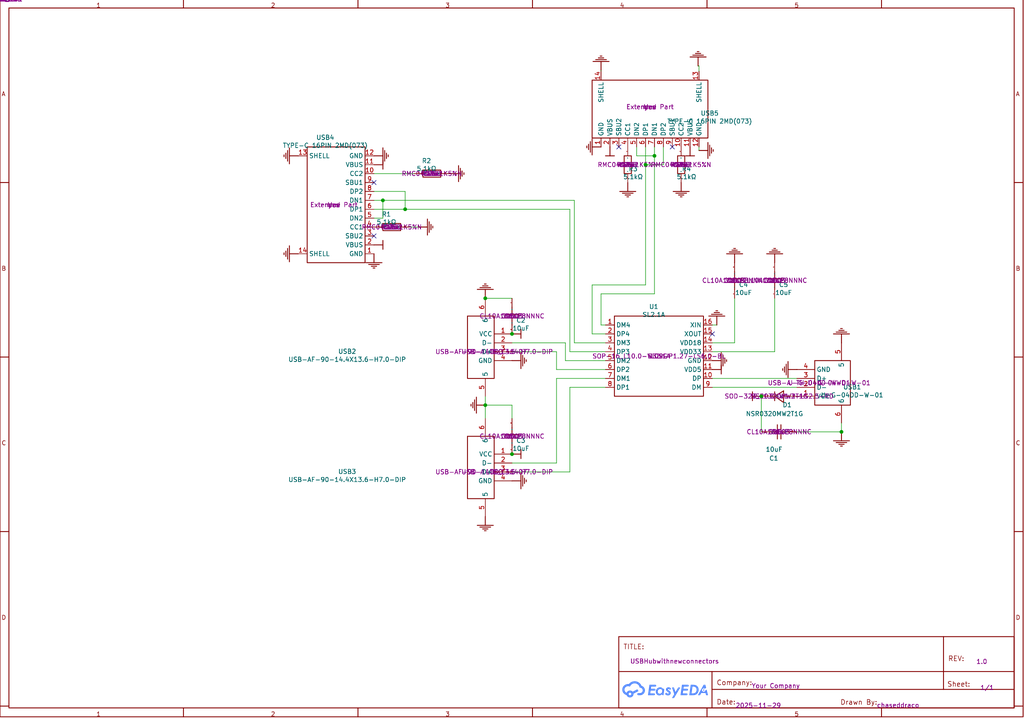
<source format=kicad_sch>
(kicad_sch (version 20250114) (generator "eeschema") (generator_version "9.0")
  (paper "User" 292.1 205.08)
  (lib_symbols
    (symbol "5.1kΩ_1"
      (property "Reference" "R" (at 0 0 0))
      (symbol "5.1kΩ_1_1_0"
        (pin unspecified line (at -5.08 0 0) (length 2.54) (name "1") (number "1"))
        (pin unspecified line (at 5.08 0 180) (length 2.54) (name "2") (number "2"))
      )
    )
    (symbol "5.1kΩ_2"
      (property "Reference" "R" (at 0 0 0))
      (symbol "5.1kΩ_2_1_0"
        (pin unspecified line (at -5.08 0 0) (length 2.54) (name "1") (number "1"))
        (pin unspecified line (at 5.08 0 180) (length 2.54) (name "2") (number "2"))
      )
    )
    (symbol "ProPrj_USB-easyedapro:+5V" (power) (pin_numbers (hide yes)) (pin_names (hide yes))
      (symbol "+5V_1_0"
        (pin power_in line (at 0 0 0) (length 0) (name "") (number "1"))
      )
    )
    (symbol "ProPrj_USB-easyedapro:10uF"
      (property "Reference" "C" (at 0 0 0))
      (symbol "10uF_1_0"
        (pin unspecified line (at -5.08 0 0) (length 2.54) (name "1") (number "1"))
        (pin unspecified line (at 5.08 0 180) (length 2.54) (name "2") (number "2"))
      )
    )
    (symbol "ProPrj_USB-easyedapro:5.1kΩ"
      (property "Reference" "R" (at 0 0 0))
      (symbol "5.1kΩ_1_0"
        (pin unspecified line (at -5.08 0 0) (length 2.54) (name "1") (number "1"))
        (pin unspecified line (at 5.08 0 180) (length 2.54) (name "2") (number "2"))
      )
    )
    (symbol "ProPrj_USB-easyedapro:A_A4"
      (symbol "A_A4_1_0"
        (text "A" (at 0.381 -27.7622 0) (effects (font (size 1.2192 1.2192)) (justify left bottom)))
        (text "B" (at 0.381 -77.5462 0) (effects (font (size 1.2192 1.2192)) (justify left bottom)))
        (text "C" (at 0.381 -127.3302 0) (effects (font (size 1.2192 1.2192)) (justify left bottom)))
        (text "D" (at 0.381 -177.1142 0) (effects (font (size 1.2192 1.2192)) (justify left bottom)))
        (text "1" (at 27.432 -2.4892 0) (effects (font (size 1.2192 1.2192)) (justify left bottom)))
        (text "1" (at 27.432 -204.6732 0) (effects (font (size 1.2192 1.2192)) (justify left bottom)))
        (text "2" (at 77.216 -2.4892 0) (effects (font (size 1.2192 1.2192)) (justify left bottom)))
        (text "2" (at 77.216 -204.6732 0) (effects (font (size 1.2192 1.2192)) (justify left bottom)))
        (text "3" (at 127 -2.4892 0) (effects (font (size 1.2192 1.2192)) (justify left bottom)))
        (text "3" (at 127 -204.6732 0) (effects (font (size 1.2192 1.2192)) (justify left bottom)))
        (text "4" (at 176.784 -2.4892 0) (effects (font (size 1.2192 1.2192)) (justify left bottom)))
        (text "4" (at 176.784 -204.6732 0) (effects (font (size 1.2192 1.2192)) (justify left bottom)))
        (text "TITLE:" (at 177.7746 -185.547 0) (effects (font (size 1.397 1.397)) (justify left bottom)))
        (text "Company:" (at 204.3684 -195.7832 0) (effects (font (size 1.397 1.397)) (justify left bottom)))
        (text "Date:" (at 204.3684 -201.295 0) (effects (font (size 1.397 1.397)) (justify left bottom)))
        (text "5" (at 226.568 -2.4892 0) (effects (font (size 1.2192 1.2192)) (justify left bottom)))
        (text "5" (at 226.568 -204.6732 0) (effects (font (size 1.2192 1.2192)) (justify left bottom)))
        (text "Drawn By:" (at 239.6744 -201.3712 0) (effects (font (size 1.397 1.397)) (justify left bottom)))
        (text "Sheet:" (at 270.1544 -196.215 0) (effects (font (size 1.397 1.397)) (justify left bottom)))
        (text "REV:" (at 270.4084 -188.9252 0) (effects (font (size 1.397 1.397)) (justify left bottom)))
        (text "A" (at 289.687 -27.7622 0) (effects (font (size 1.2192 1.2192)) (justify left bottom)))
        (text "B" (at 289.687 -77.5462 0) (effects (font (size 1.2192 1.2192)) (justify left bottom)))
        (text "C" (at 289.687 -127.3302 0) (effects (font (size 1.2192 1.2192)) (justify left bottom)))
        (text "D" (at 289.687 -177.1142 0) (effects (font (size 1.2192 1.2192)) (justify left bottom)))
      )
    )
    (symbol "ProPrj_USB-easyedapro:GND" (power) (pin_numbers (hide yes)) (pin_names (hide yes))
      (symbol "GND_1_0"
        (pin power_in line (at 0 0 0) (length 0) (name "") (number "1"))
      )
    )
    (symbol "ProPrj_USB-easyedapro:NSR0320MW2T1G"
      (property "Reference" "D" (at 0 0 0))
      (symbol "NSR0320MW2T1G_1_0"
        (pin unspecified line (at -5.08 0 0) (length 3.81) (name "C") (number "1"))
        (pin unspecified line (at 5.08 0 180) (length 3.81) (name "A") (number "2"))
      )
    )
    (symbol "ProPrj_USB-easyedapro:SL2.1A"
      (property "Reference" "U" (at 0 0 0))
      (symbol "SL2.1A_1_0"
        (pin unspecified line (at -15.24 8.89 0) (length 2.54) (name "DM4") (number "1"))
        (pin unspecified line (at -15.24 6.35 0) (length 2.54) (name "DP4") (number "2"))
        (pin unspecified line (at -15.24 3.81 0) (length 2.54) (name "DM3") (number "3"))
        (pin unspecified line (at -15.24 1.27 0) (length 2.54) (name "DP3") (number "4"))
        (pin unspecified line (at -15.24 -1.27 0) (length 2.54) (name "DM2") (number "5"))
        (pin unspecified line (at -15.24 -3.81 0) (length 2.54) (name "DP2") (number "6"))
        (pin unspecified line (at -15.24 -6.35 0) (length 2.54) (name "DM1") (number "7"))
        (pin unspecified line (at -15.24 -8.89 0) (length 2.54) (name "DP1") (number "8"))
        (pin unspecified line (at 15.24 8.89 180) (length 2.54) (name "XIN") (number "16"))
        (pin unspecified line (at 15.24 6.35 180) (length 2.54) (name "XOUT") (number "15"))
        (pin unspecified line (at 15.24 3.81 180) (length 2.54) (name "VDD18") (number "14"))
        (pin unspecified line (at 15.24 1.27 180) (length 2.54) (name "VDD33") (number "13"))
        (pin unspecified line (at 15.24 -1.27 180) (length 2.54) (name "GND") (number "12"))
        (pin unspecified line (at 15.24 -3.81 180) (length 2.54) (name "VDD5") (number "11"))
        (pin unspecified line (at 15.24 -6.35 180) (length 2.54) (name "DP") (number "10"))
        (pin unspecified line (at 15.24 -8.89 180) (length 2.54) (name "DM") (number "9"))
      )
    )
    (symbol "ProPrj_USB-easyedapro:TYPE-C 16PIN 2MD(073)"
      (property "Reference" "USB" (at 0 0 0))
      (symbol "TYPE-C 16PIN 2MD(073)_1_0"
        (pin unspecified line (at -11.43 13.97 0) (length 2.54) (name "GND") (number "1"))
        (pin unspecified line (at -11.43 11.43 0) (length 2.54) (name "VBUS") (number "2"))
        (pin unspecified line (at -11.43 8.89 0) (length 2.54) (name "SBU2") (number "3"))
        (pin unspecified line (at -11.43 6.35 0) (length 2.54) (name "CC1") (number "4"))
        (pin unspecified line (at -11.43 3.81 0) (length 2.54) (name "DN2") (number "5"))
        (pin unspecified line (at -11.43 1.27 0) (length 2.54) (name "DP1") (number "6"))
        (pin unspecified line (at -11.43 -1.27 0) (length 2.54) (name "DN1") (number "7"))
        (pin unspecified line (at -11.43 -3.81 0) (length 2.54) (name "DP2") (number "8"))
        (pin unspecified line (at -11.43 -6.35 0) (length 2.54) (name "SBU1") (number "9"))
        (pin unspecified line (at -11.43 -8.89 0) (length 2.54) (name "CC2") (number "10"))
        (pin unspecified line (at -11.43 -11.43 0) (length 2.54) (name "VBUS") (number "11"))
        (pin unspecified line (at -11.43 -13.97 0) (length 2.54) (name "GND") (number "12"))
        (pin unspecified line (at 10.16 13.97 180) (length 2.54) (name "SHELL") (number "14"))
        (pin unspecified line (at 10.16 -13.97 180) (length 2.54) (name "SHELL") (number "13"))
      )
    )
    (symbol "ProPrj_USB-easyedapro:U-G-04DD-W-01"
      (property "Reference" "USB" (at 0 0 0))
      (symbol "U-G-04DD-W-01_1_0"
        (pin unspecified line (at -6.35 11.43 270) (length 5.08) (name "6") (number "6"))
        (pin unspecified line (at -6.35 -11.43 90) (length 5.08) (name "5") (number "5"))
        (pin unspecified line (at 6.35 3.81 180) (length 5.08) (name "VCC") (number "1"))
        (pin unspecified line (at 6.35 1.27 180) (length 5.08) (name "D-") (number "2"))
        (pin unspecified line (at 6.35 -1.27 180) (length 5.08) (name "D+") (number "3"))
        (pin unspecified line (at 6.35 -3.81 180) (length 5.08) (name "GND") (number "4"))
      )
    )
    (symbol "ProPrj_USB-easyedapro:USB-AF-90-14.4X13.6-H7.0-DIP"
      (property "Reference" "USB" (at 0 0 0))
      (symbol "USB-AF-90-14.4X13.6-H7.0-DIP_1_0"
        (pin unspecified line (at -12.7 2.54 0) (length 5.08) (name "5") (number "5"))
        (pin unspecified line (at -2.54 -5.08 90) (length 5.08) (name "GND") (number "4"))
        (pin unspecified line (at 0 -5.08 90) (length 5.08) (name "D+") (number "3"))
        (pin unspecified line (at 2.54 -5.08 90) (length 5.08) (name "D-") (number "2"))
        (pin unspecified line (at 5.08 -5.08 90) (length 5.08) (name "VCC") (number "1"))
        (pin unspecified line (at 15.24 2.54 180) (length 5.08) (name "6") (number "6"))
      )
    )
    (symbol "TYPE-C 16PIN 2MD(073)_1"
      (property "Reference" "USB" (at 0 0 0))
      (symbol "TYPE-C 16PIN 2MD(073)_1_1_0"
        (pin unspecified line (at -11.43 13.97 0) (length 2.54) (name "GND") (number "1"))
        (pin unspecified line (at -11.43 11.43 0) (length 2.54) (name "VBUS") (number "2"))
        (pin unspecified line (at -11.43 8.89 0) (length 2.54) (name "SBU2") (number "3"))
        (pin unspecified line (at -11.43 6.35 0) (length 2.54) (name "CC1") (number "4"))
        (pin unspecified line (at -11.43 3.81 0) (length 2.54) (name "DN2") (number "5"))
        (pin unspecified line (at -11.43 1.27 0) (length 2.54) (name "DP1") (number "6"))
        (pin unspecified line (at -11.43 -1.27 0) (length 2.54) (name "DN1") (number "7"))
        (pin unspecified line (at -11.43 -3.81 0) (length 2.54) (name "DP2") (number "8"))
        (pin unspecified line (at -11.43 -6.35 0) (length 2.54) (name "SBU1") (number "9"))
        (pin unspecified line (at -11.43 -8.89 0) (length 2.54) (name "CC2") (number "10"))
        (pin unspecified line (at -11.43 -11.43 0) (length 2.54) (name "VBUS") (number "11"))
        (pin unspecified line (at -11.43 -13.97 0) (length 2.54) (name "GND") (number "12"))
        (pin unspecified line (at 10.16 13.97 180) (length 2.54) (name "SHELL") (number "14"))
        (pin unspecified line (at 10.16 -13.97 180) (length 2.54) (name "SHELL") (number "13"))
      )
    )
  )
  (junction (at 217.17 113.03))
  (junction (at 138.43 115.57))
  (junction (at 184.15 46.99))
  (junction (at 109.22 57.15))
  (junction (at 186.69 44.45))
  (junction (at 115.57 59.69))
  (junction (at 138.43 85.09))
  (junction (at 240.03 123.19))
  (junction (at 146.05 95.25))
  (junction (at 146.05 129.54))
  (no_connect (at 191.77 41.91))
  (no_connect (at 176.53 41.91))
  (no_connect (at 203.2 95.25))
  (no_connect (at 106.68 67.31))
  (no_connect (at 106.68 52.07))
  (wire (pts (xy 146.05 134.62) (xy 162.56 134.62)))
  (wire (pts (xy 106.68 54.61) (xy 115.57 54.61)))
  (wire (pts (xy 161.29 97.79) (xy 161.29 102.87)))
  (wire (pts (xy 199.39 18.796) (xy 199.136 18.796)))
  (wire (pts (xy 186.69 41.91) (xy 186.69 44.45)))
  (wire (pts (xy 162.56 110.49) (xy 172.72 110.49)))
  (wire (pts (xy 171.45 83.82) (xy 171.45 92.71)))
  (wire (pts (xy 158.75 105.41) (xy 172.72 105.41)))
  (wire (pts (xy 168.91 95.25) (xy 172.72 95.25)))
  (wire (pts (xy 204.47 92.71) (xy 203.2 92.71)))
  (wire (pts (xy 161.29 102.87) (xy 172.72 102.87)))
  (wire (pts (xy 227.33 110.49) (xy 203.2 110.49)))
  (wire (pts (xy 138.43 115.57) (xy 138.43 113.03)))
  (wire (pts (xy 109.22 62.23) (xy 109.22 57.15)))
  (wire (pts (xy 115.57 59.69) (xy 162.56 59.69)))
  (wire (pts (xy 184.15 46.99) (xy 184.15 81.28)))
  (wire (pts (xy 217.17 123.19) (xy 217.17 113.03)))
  (wire (pts (xy 181.61 41.91) (xy 181.61 44.45)))
  (wire (pts (xy 172.72 107.95) (xy 158.75 107.95)))
  (wire (pts (xy 146.05 115.57) (xy 138.43 115.57)))
  (wire (pts (xy 199.39 41.91) (xy 199.39 42.926)))
  (wire (pts (xy 116.84 64.77) (xy 119.38 64.77)))
  (wire (pts (xy 138.43 119.38) (xy 138.43 115.57)))
  (wire (pts (xy 171.45 92.71) (xy 172.72 92.71)))
  (wire (pts (xy 189.23 46.99) (xy 184.15 46.99)))
  (wire (pts (xy 181.61 44.45) (xy 186.69 44.45)))
  (wire (pts (xy 186.69 83.82) (xy 171.45 83.82)))
  (wire (pts (xy 162.56 134.62) (xy 162.56 110.49)))
  (wire (pts (xy 118.11 49.53) (xy 106.68 49.53)))
  (wire (pts (xy 146.05 97.79) (xy 161.29 97.79)))
  (wire (pts (xy 162.56 100.33) (xy 172.72 100.33)))
  (wire (pts (xy 240.03 123.19) (xy 240.03 120.65)))
  (wire (pts (xy 203.2 100.33) (xy 220.98 100.33)))
  (wire (pts (xy 138.43 85.09) (xy 146.05 85.09)))
  (wire (pts (xy 163.83 97.79) (xy 172.72 97.79)))
  (wire (pts (xy 203.2 97.79) (xy 209.55 97.79)))
  (wire (pts (xy 146.05 119.38) (xy 146.05 115.57)))
  (wire (pts (xy 106.68 62.23) (xy 109.22 62.23)))
  (wire (pts (xy 106.68 59.69) (xy 115.57 59.69)))
  (wire (pts (xy 162.56 59.69) (xy 162.56 100.33)))
  (wire (pts (xy 163.83 57.15) (xy 163.83 97.79)))
  (wire (pts (xy 227.33 107.95) (xy 203.2 107.95)))
  (wire (pts (xy 171.45 20.066) (xy 171.45 20.32)))
  (wire (pts (xy 158.75 107.95) (xy 158.75 132.08)))
  (wire (pts (xy 184.15 41.91) (xy 184.15 46.99)))
  (wire (pts (xy 115.57 54.61) (xy 115.57 59.69)))
  (wire (pts (xy 220.98 100.33) (xy 220.98 85.09)))
  (wire (pts (xy 109.22 57.15) (xy 163.83 57.15)))
  (wire (pts (xy 189.23 41.91) (xy 189.23 46.99)))
  (wire (pts (xy 146.05 100.33) (xy 158.75 100.33)))
  (wire (pts (xy 158.75 100.33) (xy 158.75 105.41)))
  (wire (pts (xy 168.91 81.28) (xy 168.91 95.25)))
  (wire (pts (xy 158.75 132.08) (xy 146.05 132.08)))
  (wire (pts (xy 199.39 20.32) (xy 199.39 18.796)))
  (wire (pts (xy 186.69 44.45) (xy 186.69 83.82)))
  (wire (pts (xy 209.55 97.79) (xy 209.55 85.09)))
  (wire (pts (xy 227.33 123.19) (xy 240.03 123.19)))
  (wire (pts (xy 106.68 57.15) (xy 109.22 57.15)))
  (wire (pts (xy 184.15 81.28) (xy 168.91 81.28)))
  (symbol (lib_id "ProPrj_USB-easyedapro:+5V") (at 146.05 95.25 270) (unit 1)
    (property "Reference" "#PWR?" (effects (hide yes)))
    (property "Footprint" "ProPrj_USB-easyedapro:" (effects (hide yes)))
  )
  (symbol (lib_id "ProPrj_USB-easyedapro:GND") (at 106.68 44.45 90) (unit 1)
    (property "Reference" "#PWR?" (effects (hide yes)))
    (property "Footprint" "ProPrj_USB-easyedapro:" (effects (hide yes)))
  )
  (symbol (lib_id "ProPrj_USB-easyedapro:GND") (at 227.33 105.41 270) (unit 1)
    (property "Reference" "#PWR?" (effects (hide yes)))
    (property "Footprint" "ProPrj_USB-easyedapro:" (effects (hide yes)))
  )
  (symbol (lib_id "ProPrj_USB-easyedapro:GND") (at 146.05 102.87 90) (unit 1)
    (property "Reference" "#PWR?" (effects (hide yes)))
    (property "Footprint" "ProPrj_USB-easyedapro:" (effects (hide yes)))
  )
  (symbol (lib_id "ProPrj_USB-easyedapro:5.1kΩ") (at 111.76 64.77 0) (unit 1)
    (property "Reference" "R1" (at 110.236 61.1124 0))
    (property "Value" "5.1kΩ" (at 110.236 63.3476 0))
    (property "Footprint" "ProPrj_USB-easyedapro:R0402" (effects (hide yes)))
    (property "Manufacturer Part" "RMC04025.1K5%N" (effects (hide yes)))
    (property "Manufacturer" "Tyohm(幸亚电阻)" (effects (hide yes)))
    (property "Supplier Part" "C325524" (effects (hide yes)))
    (property "Supplier" "LCSC" (effects (hide yes)))
    (property "Contributor" "LCSC" (at 111.76 64.77 0))
    (property "Origin Footprint" "R0402" (at 111.76 64.77 0))
    (property "nameAlias" "Value" (at 111.76 64.77 0))
    (property "spicePre" "R" (at 111.76 64.77 0))
    (property "spiceSymbolName" "RMC04025.1K5%N" (at 111.76 64.77 0))
  )
  (symbol (lib_id "ProPrj_USB-easyedapro:GND") (at 146.05 137.16 90) (unit 1)
    (property "Reference" "#PWR?" (effects (hide yes)))
    (property "Footprint" "ProPrj_USB-easyedapro:" (effects (hide yes)))
  )
  (symbol (lib_id "ProPrj_USB-easyedapro:GND") (at 119.38 64.77 90) (unit 1)
    (property "Reference" "#PWR?" (effects (hide yes)))
    (property "Footprint" "ProPrj_USB-easyedapro:" (effects (hide yes)))
  )
  (symbol (lib_id "ProPrj_USB-easyedapro:GND") (at 199.39 42.926 90) (unit 1)
    (property "Reference" "#PWR?" (effects (hide yes)))
    (property "Footprint" "ProPrj_USB-easyedapro:" (effects (hide yes)))
  )
  (symbol (lib_id "ProPrj_USB-easyedapro:10uF") (at 220.98 80.01 90) (unit 1)
    (property "Reference" "C5" (at 223.52 81.2038 90))
    (property "Value" "10uF" (at 223.52 83.4898 90))
    (property "Footprint" "ProPrj_USB-easyedapro:C0603" (effects (hide yes)))
    (property "Manufacturer Part" "CL10A106KP8NNNC" (effects (hide yes)))
    (property "Manufacturer" "SAMSUNG(三星)" (effects (hide yes)))
    (property "Supplier Part" "C19702" (effects (hide yes)))
    (property "Supplier" "LCSC" (effects (hide yes)))
    (property "Origin Footprint" "C0603" (at 220.98 80.01 90))
    (property "nameAlias" "Value" (at 220.98 80.01 90))
    (property "spicePre" "C" (at 220.98 80.01 90))
    (property "spiceSymbolName" "CL10A106KP8NNNC" (at 220.98 80.01 90))
  )
  (symbol (lib_id "ProPrj_USB-easyedapro:GND") (at 128.27 49.53 90) (unit 1)
    (property "Reference" "#PWR?" (effects (hide yes)))
    (property "Footprint" "ProPrj_USB-easyedapro:" (effects (hide yes)))
  )
  (symbol (lib_id "ProPrj_USB-easyedapro:GND") (at 85.09 44.45 270) (unit 1)
    (property "Reference" "#PWR?" (effects (hide yes)))
    (property "Footprint" "ProPrj_USB-easyedapro:" (effects (hide yes)))
  )
  (symbol (lib_name "5.1kΩ_2") (lib_id "ProPrj_USB-easyedapro:5.1kΩ") (at 179.07 46.99 90) (unit 1)
    (property "Reference" "R3" (at 180.594 48.1838 90))
    (property "Value" "5.1kΩ" (at 180.594 50.4444 90))
    (property "Footprint" "ProPrj_USB-easyedapro:R0402" (effects (hide yes)))
    (property "Manufacturer Part" "RMC04025.1K5%N" (effects (hide yes)))
    (property "Manufacturer" "Tyohm(幸亚电阻)" (effects (hide yes)))
    (property "Supplier Part" "C325524" (effects (hide yes)))
    (property "Supplier" "LCSC" (effects (hide yes)))
    (property "Contributor" "LCSC" (at 179.07 46.99 90))
    (property "Origin Footprint" "R0402" (at 179.07 46.99 90))
    (property "nameAlias" "Value" (at 179.07 46.99 90))
    (property "spicePre" "R" (at 179.07 46.99 90))
    (property "spiceSymbolName" "RMC04025.1K5%N" (at 179.07 46.99 90))
  )
  (symbol (lib_id "ProPrj_USB-easyedapro:GND") (at 204.47 92.71 180) (unit 1)
    (property "Reference" "#PWR?" (effects (hide yes)))
    (property "Footprint" "ProPrj_USB-easyedapro:" (effects (hide yes)))
  )
  (symbol (lib_id "ProPrj_USB-easyedapro:+5V") (at 173.99 41.91 180) (unit 1)
    (property "Reference" "#PWR?" (effects (hide yes)))
    (property "Footprint" "ProPrj_USB-easyedapro:" (effects (hide yes)))
  )
  (symbol (lib_id "ProPrj_USB-easyedapro:+5V") (at 106.68 69.85 270) (unit 1)
    (property "Reference" "#PWR?" (effects (hide yes)))
    (property "Footprint" "ProPrj_USB-easyedapro:" (effects (hide yes)))
  )
  (symbol (lib_name "5.1kΩ_1") (lib_id "ProPrj_USB-easyedapro:5.1kΩ") (at 194.31 46.99 90) (unit 1)
    (property "Reference" "R4" (at 195.834 48.1838 90))
    (property "Value" "5.1kΩ" (at 195.834 50.4444 90))
    (property "Footprint" "ProPrj_USB-easyedapro:R0402" (effects (hide yes)))
    (property "Manufacturer Part" "RMC04025.1K5%N" (effects (hide yes)))
    (property "Manufacturer" "Tyohm(幸亚电阻)" (effects (hide yes)))
    (property "Supplier Part" "C325524" (effects (hide yes)))
    (property "Supplier" "LCSC" (effects (hide yes)))
    (property "Contributor" "LCSC" (at 194.31 46.99 90))
    (property "Origin Footprint" "R0402" (at 194.31 46.99 90))
    (property "nameAlias" "Value" (at 194.31 46.99 90))
    (property "spicePre" "R" (at 194.31 46.99 90))
    (property "spiceSymbolName" "RMC04025.1K5%N" (at 194.31 46.99 90))
  )
  (symbol (lib_name "TYPE-C 16PIN 2MD(073)_1") (lib_id "ProPrj_USB-easyedapro:TYPE-C 16PIN 2MD(073)") (at 185.42 30.48 90) (unit 1)
    (property "Reference" "USB5" (at 202.438 32.3088 90))
    (property "Value" "TYPE-C 16PIN 2MD(073)" (at 202.438 34.5948 90))
    (property "Footprint" "ProPrj_USB-easyedapro:" (effects (hide yes)))
    (property "Datasheet" "https://item.szlcsc.com/datasheet/TYPE-C%252016PIN%25202MD(073)/2901843.html" (effects (hide yes)))
    (property "Manufacturer Part" "TYPE-C 16PIN 2MD(073)" (effects (hide yes)))
    (property "Manufacturer" "SHOU HAN(首韩)" (effects (hide yes)))
    (property "Supplier Part" "C2765186" (effects (hide yes)))
    (property "Supplier" "LCSC" (effects (hide yes)))
    (property "LCSC Part Name" "Type-C 母 卧贴" (effects (hide yes)))
    (property "Add into BOM" "yes" (at 185.42 30.48 90))
    (property "Check" "true" (at 185.42 30.48 90))
    (property "Convert to PCB" "yes" (at 185.42 30.48 90))
    (property "JLCPCB Part Class" "Extended Part" (at 185.42 30.48 90))
  )
  (symbol (lib_id "ProPrj_USB-easyedapro:USB-AF-90-14.4X13.6-H7.0-DIP") (at 140.97 100.33 90) (unit 1)
    (property "Reference" "USB2" (at 99.0346 100.2538 90))
    (property "Value" "USB-AF-90-14.4X13.6-H7.0-DIP" (at 99.0346 102.5398 90))
    (property "Footprint" "ProPrj_USB-easyedapro:USB-A-TH_C46407" (effects (hide yes)))
    (property "Manufacturer Part" "903-131A1011D10100" (effects (hide yes)))
    (property "Manufacturer" "精拓金" (effects (hide yes)))
    (property "Supplier Part" "C46407" (effects (hide yes)))
    (property "Supplier" "LCSC" (effects (hide yes)))
    (property "Contributor" "LCSC" (at 140.97 100.33 90))
    (property "Origin Footprint" "USB-A-TH_C46407" (at 140.97 100.33 90))
    (property "spicePre" "U" (at 140.97 100.33 90))
    (property "spiceSymbolName" "USB-AF-90-14.4X13.6-H7.0-DIP" (at 140.97 100.33 90))
  )
  (symbol (lib_id "ProPrj_USB-easyedapro:GND") (at 209.55 74.93 180) (unit 1)
    (property "Reference" "#PWR?" (effects (hide yes)))
    (property "Footprint" "ProPrj_USB-easyedapro:" (effects (hide yes)))
  )
  (symbol (lib_id "ProPrj_USB-easyedapro:GND") (at 138.43 115.57 270) (unit 1)
    (property "Reference" "#PWR?" (effects (hide yes)))
    (property "Footprint" "ProPrj_USB-easyedapro:" (effects (hide yes)))
  )
  (symbol (lib_id "ProPrj_USB-easyedapro:TYPE-C 16PIN 2MD(073)") (at 95.25 58.42 180) (unit 1)
    (property "Reference" "USB4" (at 92.7862 39.2176 0))
    (property "Value" "TYPE-C 16PIN 2MD(073)" (at 92.7862 41.5036 0))
    (property "Footprint" "ProPrj_USB-easyedapro:" (effects (hide yes)))
    (property "Datasheet" "https://item.szlcsc.com/datasheet/TYPE-C%252016PIN%25202MD(073)/2901843.html" (effects (hide yes)))
    (property "Manufacturer Part" "TYPE-C 16PIN 2MD(073)" (effects (hide yes)))
    (property "Manufacturer" "SHOU HAN(首韩)" (effects (hide yes)))
    (property "Supplier Part" "C2765186" (effects (hide yes)))
    (property "Supplier" "LCSC" (effects (hide yes)))
    (property "LCSC Part Name" "Type-C 母 卧贴" (effects (hide yes)))
    (property "Add into BOM" "yes" (at 95.25 58.42 0))
    (property "Check" "true" (at 95.25 58.42 0))
    (property "Convert to PCB" "yes" (at 95.25 58.42 0))
    (property "JLCPCB Part Class" "Extended Part" (at 95.25 58.42 0))
  )
  (symbol (lib_id "ProPrj_USB-easyedapro:GND") (at 179.07 52.07 0) (unit 1)
    (property "Reference" "#PWR?" (effects (hide yes)))
    (property "Footprint" "ProPrj_USB-easyedapro:" (effects (hide yes)))
  )
  (symbol (lib_id "ProPrj_USB-easyedapro:GND") (at 106.68 72.39 0) (unit 1)
    (property "Reference" "#PWR?" (effects (hide yes)))
    (property "Footprint" "ProPrj_USB-easyedapro:" (effects (hide yes)))
  )
  (symbol (lib_id "ProPrj_USB-easyedapro:NSR0320MW2T1G") (at 222.25 113.03 0) (unit 1)
    (property "Reference" "D1" (at 224.536 115.4938 0))
    (property "Value" "NSR0320MW2T1G" (at 220.9292 118.0338 0))
    (property "Footprint" "ProPrj_USB-easyedapro:SOD-323_L1.8-W1.3-LS2.5-RD" (effects (hide yes)))
    (property "Manufacturer Part" "NSR0320MW2T1G" (effects (hide yes)))
    (property "Manufacturer" "onsemi(安森美)" (effects (hide yes)))
    (property "Supplier Part" "C48192" (effects (hide yes)))
    (property "Supplier" "LCSC" (effects (hide yes)))
    (property "Origin Footprint" "SOD-323_L1.8-W1.3-LS2.5-RD" (at 222.25 113.03 0))
    (property "spicePre" "D" (at 222.25 113.03 0))
    (property "spiceSymbolName" "NSR0320MW2T1G" (at 222.25 113.03 0))
  )
  (symbol (lib_id "ProPrj_USB-easyedapro:+5V") (at 196.85 41.91 180) (unit 1)
    (property "Reference" "#PWR?" (effects (hide yes)))
    (property "Footprint" "ProPrj_USB-easyedapro:" (effects (hide yes)))
  )
  (symbol (lib_id "ProPrj_USB-easyedapro:GND") (at 138.43 85.09 180) (unit 1)
    (property "Reference" "#PWR?" (effects (hide yes)))
    (property "Footprint" "ProPrj_USB-easyedapro:" (effects (hide yes)))
  )
  (symbol (lib_id "ProPrj_USB-easyedapro:A_A4") (at 0 -0.254 0) (unit 1)
    (property "Reference" "?" (at 0 -0.254 0))
    (property "Value" "A_A4" (at 0 -0.254 0))
    (property "Footprint" "ProPrj_USB-easyedapro:" (effects (hide yes)))
    (property "@Board Name" "USBC/A Hub" (at 0 -0.254 0))
    (property "@Create Date" "2025-12-01" (at 0 -0.254 0))
    (property "@Create Time" "00:29:46" (at 0 -0.254 0))
    (property "@Page Count" "1" (at 0 -0.254 0))
    (property "@Page Name" "Sheet_1" (at 0 -0.254 0))
    (property "@Page No" "1" (at 0 -0.254 0))
    (property "@Project Name" "USBHubwithnewconnectors" (at 192.4304 188.6204 0))
    (property "@Schematic Name" "USBC/A Hub" (at 0 -0.254 0))
    (property "@Update Date" "2025-12-01" (at 0 -0.254 0))
    (property "@Update Time" "01:40:10" (at 0 -0.254 0))
    (property "Add into BOM" "yes" (at 0 -0.254 0))
    (property "Company" "Your Company" (at 221.2848 195.6308 0))
    (property "Convert to PCB" "yes" (at 0 -0.254 0))
    (property "Date" "2025-11-29" (at 216.3064 201.2442 0))
    (property "Draw By" "chaseddraco" (at 256.1844 201.168 0))
    (property "REV" "1.0" (at 280.0604 188.722 0))
    (property "Sheet" "1/1" (at 281.5844 196.1642 0))
    (property "spicePre" "." (at 0 -0.254 0))
  )
  (symbol (lib_id "ProPrj_USB-easyedapro:+5V") (at 217.17 113.03 90) (unit 1)
    (property "Reference" "#PWR?" (effects (hide yes)))
    (property "Footprint" "ProPrj_USB-easyedapro:" (effects (hide yes)))
  )
  (symbol (lib_id "ProPrj_USB-easyedapro:10uF") (at 209.55 80.01 90) (unit 1)
    (property "Reference" "C4" (at 212.09 81.2038 90))
    (property "Value" "10uF" (at 212.09 83.4898 90))
    (property "Footprint" "ProPrj_USB-easyedapro:C0603" (effects (hide yes)))
    (property "Manufacturer Part" "CL10A106KP8NNNC" (effects (hide yes)))
    (property "Manufacturer" "SAMSUNG(三星)" (effects (hide yes)))
    (property "Supplier Part" "C19702" (effects (hide yes)))
    (property "Supplier" "LCSC" (effects (hide yes)))
    (property "Origin Footprint" "C0603" (at 209.55 80.01 90))
    (property "nameAlias" "Value" (at 209.55 80.01 90))
    (property "spicePre" "C" (at 209.55 80.01 90))
    (property "spiceSymbolName" "CL10A106KP8NNNC" (at 209.55 80.01 90))
  )
  (symbol (lib_id "ProPrj_USB-easyedapro:GND") (at 194.31 52.07 0) (unit 1)
    (property "Reference" "#PWR?" (effects (hide yes)))
    (property "Footprint" "ProPrj_USB-easyedapro:" (effects (hide yes)))
  )
  (symbol (lib_id "ProPrj_USB-easyedapro:GND") (at 138.43 147.32 0) (unit 1)
    (property "Reference" "#PWR?" (effects (hide yes)))
    (property "Footprint" "ProPrj_USB-easyedapro:" (effects (hide yes)))
  )
  (symbol (lib_id "ProPrj_USB-easyedapro:GND") (at 171.45 20.066 180) (unit 1)
    (property "Reference" "#PWR?" (effects (hide yes)))
    (property "Footprint" "ProPrj_USB-easyedapro:" (effects (hide yes)))
  )
  (symbol (lib_id "ProPrj_USB-easyedapro:GND") (at 203.2 102.87 90) (unit 1)
    (property "Reference" "#PWR?" (effects (hide yes)))
    (property "Footprint" "ProPrj_USB-easyedapro:" (effects (hide yes)))
  )
  (symbol (lib_id "ProPrj_USB-easyedapro:10uF") (at 146.05 90.17 90) (unit 1)
    (property "Reference" "C2" (at 148.59 91.3638 90))
    (property "Value" "10uF" (at 148.59 93.6498 90))
    (property "Footprint" "ProPrj_USB-easyedapro:C0603" (effects (hide yes)))
    (property "Manufacturer Part" "CL10A106KP8NNNC" (effects (hide yes)))
    (property "Manufacturer" "SAMSUNG(三星)" (effects (hide yes)))
    (property "Supplier Part" "C19702" (effects (hide yes)))
    (property "Supplier" "LCSC" (effects (hide yes)))
    (property "Origin Footprint" "C0603" (at 146.05 90.17 90))
    (property "nameAlias" "Value" (at 146.05 90.17 90))
    (property "spicePre" "C" (at 146.05 90.17 90))
    (property "spiceSymbolName" "CL10A106KP8NNNC" (at 146.05 90.17 90))
  )
  (symbol (lib_id "ProPrj_USB-easyedapro:GND") (at 240.03 97.79 180) (unit 1)
    (property "Reference" "#PWR?" (effects (hide yes)))
    (property "Footprint" "ProPrj_USB-easyedapro:" (effects (hide yes)))
  )
  (symbol (lib_id "ProPrj_USB-easyedapro:5.1kΩ") (at 123.19 49.53 0) (unit 1)
    (property "Reference" "R2" (at 121.666 45.8724 0))
    (property "Value" "5.1kΩ" (at 121.666 48.1076 0))
    (property "Footprint" "ProPrj_USB-easyedapro:R0402" (effects (hide yes)))
    (property "Manufacturer Part" "RMC04025.1K5%N" (effects (hide yes)))
    (property "Manufacturer" "Tyohm(幸亚电阻)" (effects (hide yes)))
    (property "Supplier Part" "C325524" (effects (hide yes)))
    (property "Supplier" "LCSC" (effects (hide yes)))
    (property "Contributor" "LCSC" (at 123.19 49.53 0))
    (property "Origin Footprint" "R0402" (at 123.19 49.53 0))
    (property "nameAlias" "Value" (at 123.19 49.53 0))
    (property "spicePre" "R" (at 123.19 49.53 0))
    (property "spiceSymbolName" "RMC04025.1K5%N" (at 123.19 49.53 0))
  )
  (symbol (lib_id "ProPrj_USB-easyedapro:+5V") (at 146.05 129.54 270) (unit 1)
    (property "Reference" "#PWR?" (effects (hide yes)))
    (property "Footprint" "ProPrj_USB-easyedapro:" (effects (hide yes)))
  )
  (symbol (lib_id "ProPrj_USB-easyedapro:10uF") (at 146.05 124.46 90) (unit 1)
    (property "Reference" "C3" (at 148.59 125.6538 90))
    (property "Value" "10uF" (at 148.59 127.9398 90))
    (property "Footprint" "ProPrj_USB-easyedapro:C0603" (effects (hide yes)))
    (property "Manufacturer Part" "CL10A106KP8NNNC" (effects (hide yes)))
    (property "Manufacturer" "SAMSUNG(三星)" (effects (hide yes)))
    (property "Supplier Part" "C19702" (effects (hide yes)))
    (property "Supplier" "LCSC" (effects (hide yes)))
    (property "Origin Footprint" "C0603" (at 146.05 124.46 90))
    (property "nameAlias" "Value" (at 146.05 124.46 90))
    (property "spicePre" "C" (at 146.05 124.46 90))
    (property "spiceSymbolName" "CL10A106KP8NNNC" (at 146.05 124.46 90))
  )
  (symbol (lib_id "ProPrj_USB-easyedapro:+5V") (at 106.68 46.99 270) (unit 1)
    (property "Reference" "#PWR?" (effects (hide yes)))
    (property "Footprint" "ProPrj_USB-easyedapro:" (effects (hide yes)))
  )
  (symbol (lib_id "ProPrj_USB-easyedapro:GND") (at 240.03 123.19 0) (unit 1)
    (property "Reference" "#PWR?" (effects (hide yes)))
    (property "Footprint" "ProPrj_USB-easyedapro:" (effects (hide yes)))
  )
  (symbol (lib_id "ProPrj_USB-easyedapro:GND") (at 85.09 72.39 270) (unit 1)
    (property "Reference" "#PWR?" (effects (hide yes)))
    (property "Footprint" "ProPrj_USB-easyedapro:" (effects (hide yes)))
  )
  (symbol (lib_id "ProPrj_USB-easyedapro:SL2.1A") (at 187.96 101.6 0) (unit 1)
    (property "Reference" "U1" (at 186.4868 87.4776 0))
    (property "Value" "SL2.1A" (at 186.4868 89.7636 0))
    (property "Footprint" "ProPrj_USB-easyedapro:SOP-16_L10.0-W3.9-P1.27-LS6.0-BL" (effects (hide yes)))
    (property "Manufacturer Part" "SL2.1A" (effects (hide yes)))
    (property "Manufacturer" "CoreChips(和芯润德)" (effects (hide yes)))
    (property "Supplier Part" "C192893" (effects (hide yes)))
    (property "Supplier" "LCSC" (effects (hide yes)))
    (property "Contributor" "LCSC" (at 187.96 101.6 0))
    (property "Origin Footprint" "SOP-16_L10.0-W3.9-P1.27-LS6.0-BL" (at 187.96 101.6 0))
    (property "spicePre" "U" (at 187.96 101.6 0))
    (property "spiceSymbolName" "SL2.1A" (at 187.96 101.6 0))
  )
  (symbol (lib_id "ProPrj_USB-easyedapro:U-G-04DD-W-01") (at 233.68 109.22 180) (unit 1)
    (property "Reference" "USB1" (at 243.078 110.4138 0))
    (property "Value" "U-G-04DD-W-01" (at 243.078 112.6998 0))
    (property "Footprint" "ProPrj_USB-easyedapro:USB-A-TH_U-G-04WD-W-01" (effects (hide yes)))
    (property "Manufacturer Part" "U-G-O4DD-W-1" (effects (hide yes)))
    (property "Manufacturer" "韩国韩荣" (effects (hide yes)))
    (property "Supplier Part" "C98125" (effects (hide yes)))
    (property "Supplier" "LCSC" (effects (hide yes)))
    (property "Origin Footprint" "USB-A-TH_U-G-04WD-W-01" (at 233.68 109.22 0))
    (property "spicePre" "U" (at 233.68 109.22 0))
    (property "spiceSymbolName" "U-G-04DD-W-01" (at 233.68 109.22 0))
  )
  (symbol (lib_id "ProPrj_USB-easyedapro:10uF") (at 222.25 123.19 0) (unit 1)
    (property "Reference" "C1" (at 220.726 130.7338 0))
    (property "Value" "10uF" (at 220.8022 128.1938 0))
    (property "Footprint" "ProPrj_USB-easyedapro:C0603" (effects (hide yes)))
    (property "Manufacturer Part" "CL10A106KP8NNNC" (effects (hide yes)))
    (property "Manufacturer" "SAMSUNG(三星)" (effects (hide yes)))
    (property "Supplier Part" "C19702" (effects (hide yes)))
    (property "Supplier" "LCSC" (effects (hide yes)))
    (property "Origin Footprint" "C0603" (at 222.25 123.19 0))
    (property "nameAlias" "Value" (at 222.25 123.19 0))
    (property "spicePre" "C" (at 222.25 123.19 0))
    (property "spiceSymbolName" "CL10A106KP8NNNC" (at 222.25 123.19 0))
  )
  (symbol (lib_id "ProPrj_USB-easyedapro:+5V") (at 203.2 105.41 270) (unit 1)
    (property "Reference" "#PWR?" (effects (hide yes)))
    (property "Footprint" "ProPrj_USB-easyedapro:" (effects (hide yes)))
  )
  (symbol (lib_id "ProPrj_USB-easyedapro:GND") (at 199.136 18.796 180) (unit 1)
    (property "Reference" "#PWR?" (effects (hide yes)))
    (property "Footprint" "ProPrj_USB-easyedapro:" (effects (hide yes)))
  )
  (symbol (lib_id "ProPrj_USB-easyedapro:GND") (at 220.98 74.93 180) (unit 1)
    (property "Reference" "#PWR?" (effects (hide yes)))
    (property "Footprint" "ProPrj_USB-easyedapro:" (effects (hide yes)))
  )
  (symbol (lib_id "ProPrj_USB-easyedapro:USB-AF-90-14.4X13.6-H7.0-DIP") (at 140.97 134.62 90) (unit 1)
    (property "Reference" "USB3" (at 99.0346 134.5438 90))
    (property "Value" "USB-AF-90-14.4X13.6-H7.0-DIP" (at 99.0346 136.8298 90))
    (property "Footprint" "ProPrj_USB-easyedapro:USB-A-TH_C46407" (effects (hide yes)))
    (property "Manufacturer Part" "903-131A1011D10100" (effects (hide yes)))
    (property "Manufacturer" "精拓金" (effects (hide yes)))
    (property "Supplier Part" "C46407" (effects (hide yes)))
    (property "Supplier" "LCSC" (effects (hide yes)))
    (property "Contributor" "LCSC" (at 140.97 134.62 90))
    (property "Origin Footprint" "USB-A-TH_C46407" (at 140.97 134.62 90))
    (property "spicePre" "U" (at 140.97 134.62 90))
    (property "spiceSymbolName" "USB-AF-90-14.4X13.6-H7.0-DIP" (at 140.97 134.62 90))
  )
  (symbol (lib_id "ProPrj_USB-easyedapro:GND") (at 171.45 41.91 270) (unit 1)
    (property "Reference" "#PWR?" (effects (hide yes)))
    (property "Footprint" "ProPrj_USB-easyedapro:" (effects (hide yes)))
  )
)
</source>
